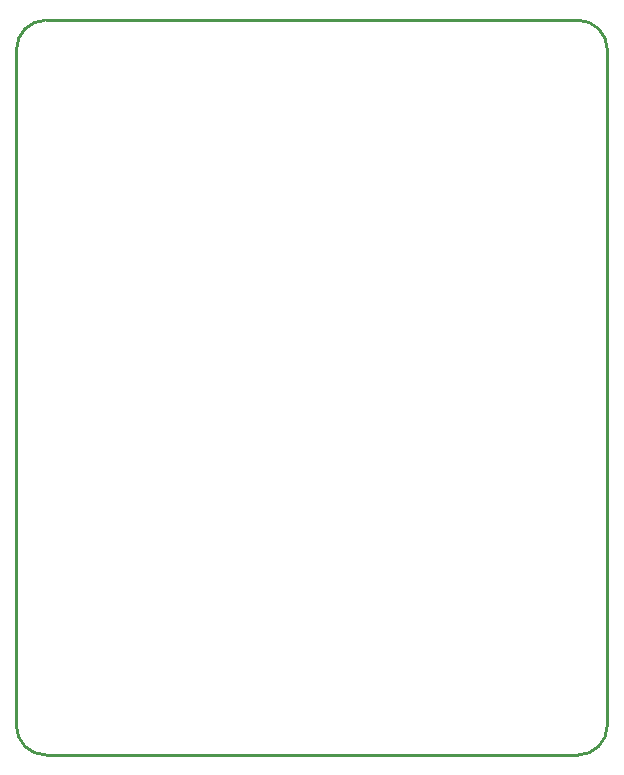
<source format=gm1>
G04 Layer_Color=16711935*
%FSLAX44Y44*%
%MOMM*%
G71*
G01*
G75*
%ADD33C,0.2540*%
D33*
X25000Y622180D02*
G03*
X0Y597180I0J-25000D01*
G01*
X500400Y597180D02*
G03*
X475400Y622180I-25000J0D01*
G01*
X475400Y0D02*
G03*
X500400Y25000I0J25000D01*
G01*
X0D02*
G03*
X25000Y0I25000J0D01*
G01*
Y622180D02*
X475400D01*
X25000Y0D02*
X475400D01*
X500400Y25000D02*
Y597180D01*
X0Y25000D02*
Y597180D01*
M02*

</source>
